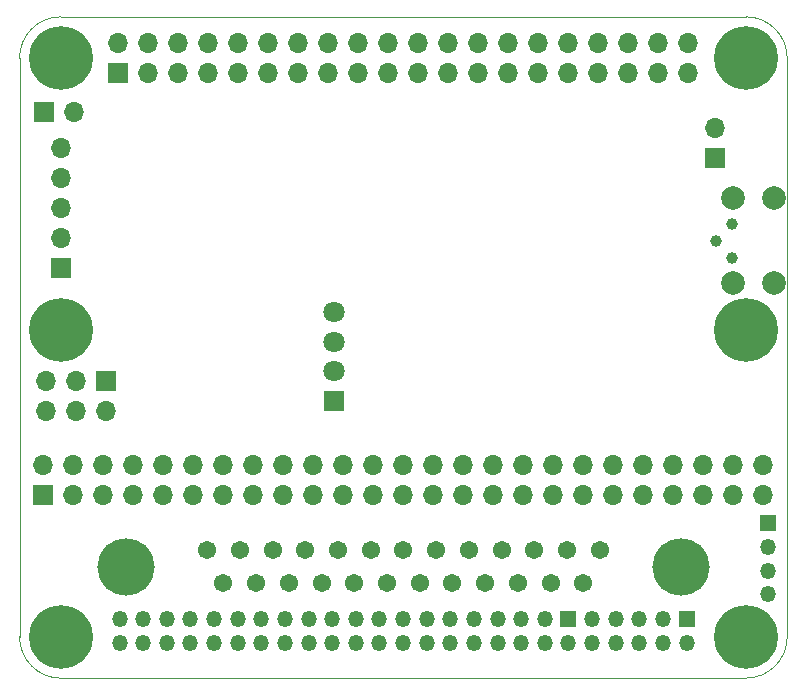
<source format=gbs>
G04 #@! TF.GenerationSoftware,KiCad,Pcbnew,(6.0.2)*
G04 #@! TF.CreationDate,2022-02-14T16:30:21-06:00*
G04 #@! TF.ProjectId,rascsi_2p5,72617363-7369-45f3-9270-352e6b696361,rev?*
G04 #@! TF.SameCoordinates,Original*
G04 #@! TF.FileFunction,Soldermask,Bot*
G04 #@! TF.FilePolarity,Negative*
%FSLAX46Y46*%
G04 Gerber Fmt 4.6, Leading zero omitted, Abs format (unit mm)*
G04 Created by KiCad (PCBNEW (6.0.2)) date 2022-02-14 16:30:21*
%MOMM*%
%LPD*%
G01*
G04 APERTURE LIST*
G04 #@! TA.AperFunction,Profile*
%ADD10C,0.050000*%
G04 #@! TD*
%ADD11C,0.800000*%
%ADD12C,5.400000*%
%ADD13R,1.700000X1.700000*%
%ADD14O,1.700000X1.700000*%
%ADD15C,2.000000*%
%ADD16R,1.350000X1.350000*%
%ADD17O,1.350000X1.350000*%
%ADD18R,1.800000X1.800000*%
%ADD19C,1.800000*%
%ADD20C,1.545000*%
%ADD21C,4.845000*%
%ADD22C,1.000000*%
G04 APERTURE END LIST*
D10*
X178000000Y-42500000D02*
X236000000Y-42500000D01*
X178000000Y-98496000D02*
X236000000Y-98496000D01*
X236000000Y-98496000D02*
G75*
G03*
X239500000Y-94996000I1J3499999D01*
G01*
X174500000Y-46000000D02*
X174500000Y-94996000D01*
X239500000Y-46000000D02*
G75*
G03*
X236000000Y-42500000I-3499999J1D01*
G01*
X178000000Y-42500000D02*
G75*
G03*
X174500000Y-46000000I-1J-3499999D01*
G01*
X174500000Y-94996000D02*
G75*
G03*
X178000000Y-98496000I3499999J-1D01*
G01*
X239500000Y-46000000D02*
X239500000Y-94996000D01*
D11*
X180025000Y-46000000D03*
X176568109Y-47431891D03*
X178000000Y-43975000D03*
D12*
X178000000Y-46000000D03*
D11*
X178000000Y-48025000D03*
X179431891Y-47431891D03*
X175975000Y-46000000D03*
X179431891Y-44568109D03*
X176568109Y-44568109D03*
X178000000Y-71025000D03*
X175975000Y-69000000D03*
X179431891Y-70431891D03*
X176568109Y-67568109D03*
X179431891Y-67568109D03*
D12*
X178000000Y-69000000D03*
D11*
X180025000Y-69000000D03*
X176568109Y-70431891D03*
X178000000Y-66975000D03*
X179431891Y-93568109D03*
X178000000Y-97025000D03*
X176568109Y-93568109D03*
X175975000Y-95000000D03*
X179431891Y-96431891D03*
X178000000Y-92975000D03*
X176568109Y-96431891D03*
X180025000Y-95000000D03*
D12*
X178000000Y-95000000D03*
D13*
X178010000Y-63780000D03*
D14*
X178010000Y-61240000D03*
X178010000Y-58700000D03*
X178010000Y-56160000D03*
X178010000Y-53620000D03*
D11*
X236000000Y-71025000D03*
X234568109Y-70431891D03*
D12*
X236000000Y-69000000D03*
D11*
X238025000Y-69000000D03*
X236000000Y-66975000D03*
X237431891Y-70431891D03*
X237431891Y-67568109D03*
X233975000Y-69000000D03*
X234568109Y-67568109D03*
X236000000Y-92975000D03*
X238025000Y-95000000D03*
X234568109Y-96431891D03*
D12*
X236000000Y-95000000D03*
D11*
X236000000Y-97025000D03*
X234568109Y-93568109D03*
X237431891Y-93568109D03*
X237431891Y-96431891D03*
X233975000Y-95000000D03*
X238025000Y-46000000D03*
X237431891Y-47431891D03*
X236000000Y-43975000D03*
X234568109Y-47431891D03*
D12*
X236000000Y-46000000D03*
D11*
X234568109Y-44568109D03*
X236000000Y-48025000D03*
X237431891Y-44568109D03*
X233975000Y-46000000D03*
D13*
X176580000Y-50520000D03*
D14*
X179120000Y-50520000D03*
D15*
X238355000Y-65035000D03*
X238355000Y-57885000D03*
X234905000Y-57885000D03*
X234905000Y-65035000D03*
D13*
X176466500Y-82994500D03*
D14*
X176466500Y-80454500D03*
X179006500Y-82994500D03*
X179006500Y-80454500D03*
X181546500Y-82994500D03*
X181546500Y-80454500D03*
X184086500Y-82994500D03*
X184086500Y-80454500D03*
X186626500Y-82994500D03*
X186626500Y-80454500D03*
X189166500Y-82994500D03*
X189166500Y-80454500D03*
X191706500Y-82994500D03*
X191706500Y-80454500D03*
X194246500Y-82994500D03*
X194246500Y-80454500D03*
X196786500Y-82994500D03*
X196786500Y-80454500D03*
X199326500Y-82994500D03*
X199326500Y-80454500D03*
X201866500Y-82994500D03*
X201866500Y-80454500D03*
X204406500Y-82994500D03*
X204406500Y-80454500D03*
X206946500Y-82994500D03*
X206946500Y-80454500D03*
X209486500Y-82994500D03*
X209486500Y-80454500D03*
X212026500Y-82994500D03*
X212026500Y-80454500D03*
X214566500Y-82994500D03*
X214566500Y-80454500D03*
X217106500Y-82994500D03*
X217106500Y-80454500D03*
X219646500Y-82994500D03*
X219646500Y-80454500D03*
X222186500Y-82994500D03*
X222186500Y-80454500D03*
X224726500Y-82994500D03*
X224726500Y-80454500D03*
X227266500Y-82994500D03*
X227266500Y-80454500D03*
X229806500Y-82994500D03*
X229806500Y-80454500D03*
X232346500Y-82994500D03*
X232346500Y-80454500D03*
X234886500Y-82994500D03*
X234886500Y-80454500D03*
X237426500Y-82994500D03*
X237426500Y-80454500D03*
D16*
X230972000Y-93488000D03*
D17*
X230972000Y-95488000D03*
X228972000Y-93488000D03*
X228972000Y-95488000D03*
X226972000Y-93488000D03*
X226972000Y-95488000D03*
X224972000Y-93488000D03*
X224972000Y-95488000D03*
X222972000Y-93488000D03*
X222972000Y-95488000D03*
D16*
X220972000Y-93488000D03*
D17*
X220972000Y-95488000D03*
X218972000Y-93488000D03*
X218972000Y-95488000D03*
X216972000Y-93488000D03*
X216972000Y-95488000D03*
X214972000Y-93488000D03*
X214972000Y-95488000D03*
X212972000Y-93488000D03*
X212972000Y-95488000D03*
X210972000Y-93488000D03*
X210972000Y-95488000D03*
X208972000Y-93488000D03*
X208972000Y-95488000D03*
X206972000Y-93488000D03*
X206972000Y-95488000D03*
X204972000Y-93488000D03*
X204972000Y-95488000D03*
X202972000Y-93488000D03*
X202972000Y-95488000D03*
X200972000Y-93488000D03*
X200972000Y-95488000D03*
X198972000Y-93488000D03*
X198972000Y-95488000D03*
X196972000Y-93488000D03*
X196972000Y-95488000D03*
X194972000Y-93488000D03*
X194972000Y-95488000D03*
X192972000Y-93488000D03*
X192972000Y-95488000D03*
X190972000Y-93488000D03*
X190972000Y-95488000D03*
X188972000Y-93488000D03*
X188972000Y-95488000D03*
X186972000Y-93488000D03*
X186972000Y-95488000D03*
X184972000Y-93488000D03*
X184972000Y-95488000D03*
X182972000Y-93488000D03*
X182972000Y-95488000D03*
D16*
X237830000Y-85392000D03*
D17*
X237830000Y-87392000D03*
X237830000Y-89392000D03*
X237830000Y-91392000D03*
D13*
X181810000Y-73300000D03*
D14*
X181810000Y-75840000D03*
X179270000Y-73300000D03*
X179270000Y-75840000D03*
X176730000Y-73300000D03*
X176730000Y-75840000D03*
D18*
X201110000Y-75000000D03*
D19*
X201110000Y-72500000D03*
X201110000Y-70000000D03*
X201110000Y-67500000D03*
D13*
X182870000Y-47270000D03*
D14*
X182870000Y-44730000D03*
X185410000Y-47270000D03*
X185410000Y-44730000D03*
X187950000Y-47270000D03*
X187950000Y-44730000D03*
X190490000Y-47270000D03*
X190490000Y-44730000D03*
X193030000Y-47270000D03*
X193030000Y-44730000D03*
X195570000Y-47270000D03*
X195570000Y-44730000D03*
X198110000Y-47270000D03*
X198110000Y-44730000D03*
X200650000Y-47270000D03*
X200650000Y-44730000D03*
X203190000Y-47270000D03*
X203190000Y-44730000D03*
X205730000Y-47270000D03*
X205730000Y-44730000D03*
X208270000Y-47270000D03*
X208270000Y-44730000D03*
X210810000Y-47270000D03*
X210810000Y-44730000D03*
X213350000Y-47270000D03*
X213350000Y-44730000D03*
X215890000Y-47270000D03*
X215890000Y-44730000D03*
X218430000Y-47270000D03*
X218430000Y-44730000D03*
X220970000Y-47270000D03*
X220970000Y-44730000D03*
X223510000Y-47270000D03*
X223510000Y-44730000D03*
X226050000Y-47270000D03*
X226050000Y-44730000D03*
X228590000Y-47270000D03*
X228590000Y-44730000D03*
X231130000Y-47270000D03*
X231130000Y-44730000D03*
D20*
X223621600Y-87630000D03*
X220851600Y-87630000D03*
X218081600Y-87630000D03*
X215311600Y-87630000D03*
X212541600Y-87630000D03*
X209771600Y-87630000D03*
X207001600Y-87630000D03*
X204231600Y-87630000D03*
X201461600Y-87630000D03*
X198691600Y-87630000D03*
X195921600Y-87630000D03*
X193151600Y-87630000D03*
X190381600Y-87630000D03*
X222236600Y-90470000D03*
X219466600Y-90470000D03*
X216696600Y-90470000D03*
X213926600Y-90470000D03*
X211156600Y-90470000D03*
X208386600Y-90470000D03*
X205616600Y-90470000D03*
X202846600Y-90470000D03*
X200076600Y-90470000D03*
X197306600Y-90470000D03*
X194536600Y-90470000D03*
X191766600Y-90470000D03*
D21*
X230521600Y-89050000D03*
X183481600Y-89050000D03*
D13*
X233426000Y-54483000D03*
D14*
X233426000Y-51943000D03*
D22*
X233460000Y-61460000D03*
X234850000Y-62910000D03*
X234850000Y-60050000D03*
M02*

</source>
